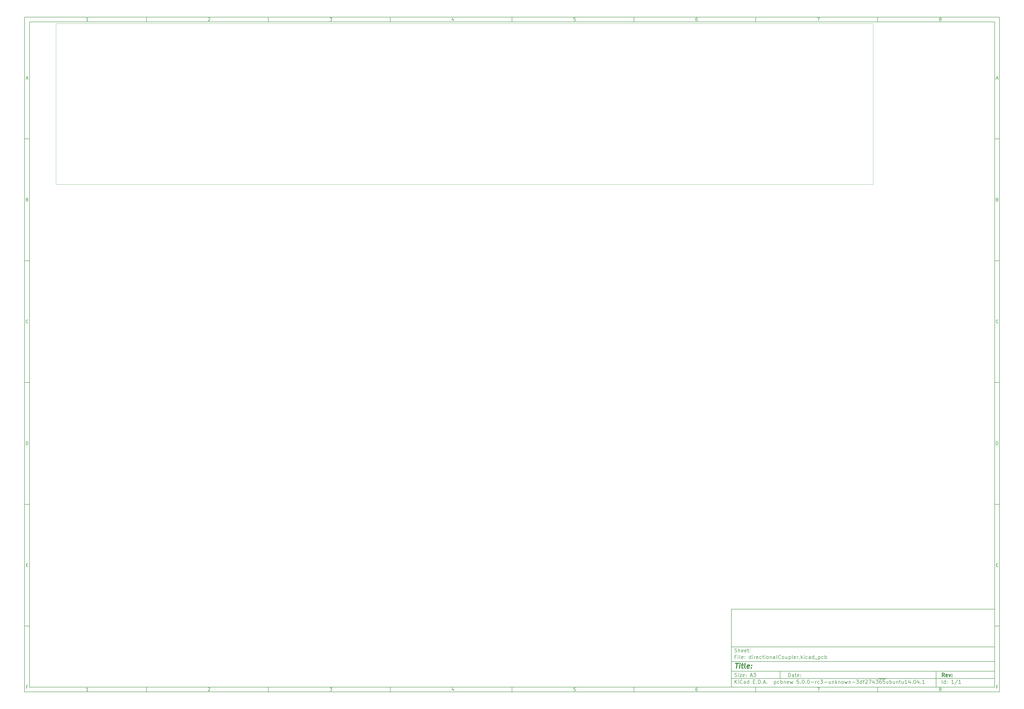
<source format=gbr>
G04 #@! TF.GenerationSoftware,KiCad,Pcbnew,5.0.0-rc3-unknown-3df2743~65~ubuntu14.04.1*
G04 #@! TF.CreationDate,2018-07-06T17:22:35-07:00*
G04 #@! TF.ProjectId,directionalCoupler,646972656374696F6E616C436F75706C,rev?*
G04 #@! TF.SameCoordinates,Original*
G04 #@! TF.FileFunction,Profile,NP*
%FSLAX46Y46*%
G04 Gerber Fmt 4.6, Leading zero omitted, Abs format (unit mm)*
G04 Created by KiCad (PCBNEW 5.0.0-rc3-unknown-3df2743~65~ubuntu14.04.1) date Fri Jul  6 17:22:35 2018*
%MOMM*%
%LPD*%
G01*
G04 APERTURE LIST*
%ADD10C,0.100000*%
%ADD11C,0.150000*%
%ADD12C,0.300000*%
%ADD13C,0.400000*%
G04 APERTURE END LIST*
D10*
D11*
X299989000Y-253002200D02*
X299989000Y-285002200D01*
X407989000Y-285002200D01*
X407989000Y-253002200D01*
X299989000Y-253002200D01*
D10*
D11*
X10000000Y-10000000D02*
X10000000Y-287002200D01*
X409989000Y-287002200D01*
X409989000Y-10000000D01*
X10000000Y-10000000D01*
D10*
D11*
X12000000Y-12000000D02*
X12000000Y-285002200D01*
X407989000Y-285002200D01*
X407989000Y-12000000D01*
X12000000Y-12000000D01*
D10*
D11*
X60000000Y-12000000D02*
X60000000Y-10000000D01*
D10*
D11*
X110000000Y-12000000D02*
X110000000Y-10000000D01*
D10*
D11*
X160000000Y-12000000D02*
X160000000Y-10000000D01*
D10*
D11*
X210000000Y-12000000D02*
X210000000Y-10000000D01*
D10*
D11*
X260000000Y-12000000D02*
X260000000Y-10000000D01*
D10*
D11*
X310000000Y-12000000D02*
X310000000Y-10000000D01*
D10*
D11*
X360000000Y-12000000D02*
X360000000Y-10000000D01*
D10*
D11*
X36065476Y-11588095D02*
X35322619Y-11588095D01*
X35694047Y-11588095D02*
X35694047Y-10288095D01*
X35570238Y-10473809D01*
X35446428Y-10597619D01*
X35322619Y-10659523D01*
D10*
D11*
X85322619Y-10411904D02*
X85384523Y-10350000D01*
X85508333Y-10288095D01*
X85817857Y-10288095D01*
X85941666Y-10350000D01*
X86003571Y-10411904D01*
X86065476Y-10535714D01*
X86065476Y-10659523D01*
X86003571Y-10845238D01*
X85260714Y-11588095D01*
X86065476Y-11588095D01*
D10*
D11*
X135260714Y-10288095D02*
X136065476Y-10288095D01*
X135632142Y-10783333D01*
X135817857Y-10783333D01*
X135941666Y-10845238D01*
X136003571Y-10907142D01*
X136065476Y-11030952D01*
X136065476Y-11340476D01*
X136003571Y-11464285D01*
X135941666Y-11526190D01*
X135817857Y-11588095D01*
X135446428Y-11588095D01*
X135322619Y-11526190D01*
X135260714Y-11464285D01*
D10*
D11*
X185941666Y-10721428D02*
X185941666Y-11588095D01*
X185632142Y-10226190D02*
X185322619Y-11154761D01*
X186127380Y-11154761D01*
D10*
D11*
X236003571Y-10288095D02*
X235384523Y-10288095D01*
X235322619Y-10907142D01*
X235384523Y-10845238D01*
X235508333Y-10783333D01*
X235817857Y-10783333D01*
X235941666Y-10845238D01*
X236003571Y-10907142D01*
X236065476Y-11030952D01*
X236065476Y-11340476D01*
X236003571Y-11464285D01*
X235941666Y-11526190D01*
X235817857Y-11588095D01*
X235508333Y-11588095D01*
X235384523Y-11526190D01*
X235322619Y-11464285D01*
D10*
D11*
X285941666Y-10288095D02*
X285694047Y-10288095D01*
X285570238Y-10350000D01*
X285508333Y-10411904D01*
X285384523Y-10597619D01*
X285322619Y-10845238D01*
X285322619Y-11340476D01*
X285384523Y-11464285D01*
X285446428Y-11526190D01*
X285570238Y-11588095D01*
X285817857Y-11588095D01*
X285941666Y-11526190D01*
X286003571Y-11464285D01*
X286065476Y-11340476D01*
X286065476Y-11030952D01*
X286003571Y-10907142D01*
X285941666Y-10845238D01*
X285817857Y-10783333D01*
X285570238Y-10783333D01*
X285446428Y-10845238D01*
X285384523Y-10907142D01*
X285322619Y-11030952D01*
D10*
D11*
X335260714Y-10288095D02*
X336127380Y-10288095D01*
X335570238Y-11588095D01*
D10*
D11*
X385570238Y-10845238D02*
X385446428Y-10783333D01*
X385384523Y-10721428D01*
X385322619Y-10597619D01*
X385322619Y-10535714D01*
X385384523Y-10411904D01*
X385446428Y-10350000D01*
X385570238Y-10288095D01*
X385817857Y-10288095D01*
X385941666Y-10350000D01*
X386003571Y-10411904D01*
X386065476Y-10535714D01*
X386065476Y-10597619D01*
X386003571Y-10721428D01*
X385941666Y-10783333D01*
X385817857Y-10845238D01*
X385570238Y-10845238D01*
X385446428Y-10907142D01*
X385384523Y-10969047D01*
X385322619Y-11092857D01*
X385322619Y-11340476D01*
X385384523Y-11464285D01*
X385446428Y-11526190D01*
X385570238Y-11588095D01*
X385817857Y-11588095D01*
X385941666Y-11526190D01*
X386003571Y-11464285D01*
X386065476Y-11340476D01*
X386065476Y-11092857D01*
X386003571Y-10969047D01*
X385941666Y-10907142D01*
X385817857Y-10845238D01*
D10*
D11*
X60000000Y-285002200D02*
X60000000Y-287002200D01*
D10*
D11*
X110000000Y-285002200D02*
X110000000Y-287002200D01*
D10*
D11*
X160000000Y-285002200D02*
X160000000Y-287002200D01*
D10*
D11*
X210000000Y-285002200D02*
X210000000Y-287002200D01*
D10*
D11*
X260000000Y-285002200D02*
X260000000Y-287002200D01*
D10*
D11*
X310000000Y-285002200D02*
X310000000Y-287002200D01*
D10*
D11*
X360000000Y-285002200D02*
X360000000Y-287002200D01*
D10*
D11*
X36065476Y-286590295D02*
X35322619Y-286590295D01*
X35694047Y-286590295D02*
X35694047Y-285290295D01*
X35570238Y-285476009D01*
X35446428Y-285599819D01*
X35322619Y-285661723D01*
D10*
D11*
X85322619Y-285414104D02*
X85384523Y-285352200D01*
X85508333Y-285290295D01*
X85817857Y-285290295D01*
X85941666Y-285352200D01*
X86003571Y-285414104D01*
X86065476Y-285537914D01*
X86065476Y-285661723D01*
X86003571Y-285847438D01*
X85260714Y-286590295D01*
X86065476Y-286590295D01*
D10*
D11*
X135260714Y-285290295D02*
X136065476Y-285290295D01*
X135632142Y-285785533D01*
X135817857Y-285785533D01*
X135941666Y-285847438D01*
X136003571Y-285909342D01*
X136065476Y-286033152D01*
X136065476Y-286342676D01*
X136003571Y-286466485D01*
X135941666Y-286528390D01*
X135817857Y-286590295D01*
X135446428Y-286590295D01*
X135322619Y-286528390D01*
X135260714Y-286466485D01*
D10*
D11*
X185941666Y-285723628D02*
X185941666Y-286590295D01*
X185632142Y-285228390D02*
X185322619Y-286156961D01*
X186127380Y-286156961D01*
D10*
D11*
X236003571Y-285290295D02*
X235384523Y-285290295D01*
X235322619Y-285909342D01*
X235384523Y-285847438D01*
X235508333Y-285785533D01*
X235817857Y-285785533D01*
X235941666Y-285847438D01*
X236003571Y-285909342D01*
X236065476Y-286033152D01*
X236065476Y-286342676D01*
X236003571Y-286466485D01*
X235941666Y-286528390D01*
X235817857Y-286590295D01*
X235508333Y-286590295D01*
X235384523Y-286528390D01*
X235322619Y-286466485D01*
D10*
D11*
X285941666Y-285290295D02*
X285694047Y-285290295D01*
X285570238Y-285352200D01*
X285508333Y-285414104D01*
X285384523Y-285599819D01*
X285322619Y-285847438D01*
X285322619Y-286342676D01*
X285384523Y-286466485D01*
X285446428Y-286528390D01*
X285570238Y-286590295D01*
X285817857Y-286590295D01*
X285941666Y-286528390D01*
X286003571Y-286466485D01*
X286065476Y-286342676D01*
X286065476Y-286033152D01*
X286003571Y-285909342D01*
X285941666Y-285847438D01*
X285817857Y-285785533D01*
X285570238Y-285785533D01*
X285446428Y-285847438D01*
X285384523Y-285909342D01*
X285322619Y-286033152D01*
D10*
D11*
X335260714Y-285290295D02*
X336127380Y-285290295D01*
X335570238Y-286590295D01*
D10*
D11*
X385570238Y-285847438D02*
X385446428Y-285785533D01*
X385384523Y-285723628D01*
X385322619Y-285599819D01*
X385322619Y-285537914D01*
X385384523Y-285414104D01*
X385446428Y-285352200D01*
X385570238Y-285290295D01*
X385817857Y-285290295D01*
X385941666Y-285352200D01*
X386003571Y-285414104D01*
X386065476Y-285537914D01*
X386065476Y-285599819D01*
X386003571Y-285723628D01*
X385941666Y-285785533D01*
X385817857Y-285847438D01*
X385570238Y-285847438D01*
X385446428Y-285909342D01*
X385384523Y-285971247D01*
X385322619Y-286095057D01*
X385322619Y-286342676D01*
X385384523Y-286466485D01*
X385446428Y-286528390D01*
X385570238Y-286590295D01*
X385817857Y-286590295D01*
X385941666Y-286528390D01*
X386003571Y-286466485D01*
X386065476Y-286342676D01*
X386065476Y-286095057D01*
X386003571Y-285971247D01*
X385941666Y-285909342D01*
X385817857Y-285847438D01*
D10*
D11*
X10000000Y-60000000D02*
X12000000Y-60000000D01*
D10*
D11*
X10000000Y-110000000D02*
X12000000Y-110000000D01*
D10*
D11*
X10000000Y-160000000D02*
X12000000Y-160000000D01*
D10*
D11*
X10000000Y-210000000D02*
X12000000Y-210000000D01*
D10*
D11*
X10000000Y-260000000D02*
X12000000Y-260000000D01*
D10*
D11*
X10690476Y-35216666D02*
X11309523Y-35216666D01*
X10566666Y-35588095D02*
X11000000Y-34288095D01*
X11433333Y-35588095D01*
D10*
D11*
X11092857Y-84907142D02*
X11278571Y-84969047D01*
X11340476Y-85030952D01*
X11402380Y-85154761D01*
X11402380Y-85340476D01*
X11340476Y-85464285D01*
X11278571Y-85526190D01*
X11154761Y-85588095D01*
X10659523Y-85588095D01*
X10659523Y-84288095D01*
X11092857Y-84288095D01*
X11216666Y-84350000D01*
X11278571Y-84411904D01*
X11340476Y-84535714D01*
X11340476Y-84659523D01*
X11278571Y-84783333D01*
X11216666Y-84845238D01*
X11092857Y-84907142D01*
X10659523Y-84907142D01*
D10*
D11*
X11402380Y-135464285D02*
X11340476Y-135526190D01*
X11154761Y-135588095D01*
X11030952Y-135588095D01*
X10845238Y-135526190D01*
X10721428Y-135402380D01*
X10659523Y-135278571D01*
X10597619Y-135030952D01*
X10597619Y-134845238D01*
X10659523Y-134597619D01*
X10721428Y-134473809D01*
X10845238Y-134350000D01*
X11030952Y-134288095D01*
X11154761Y-134288095D01*
X11340476Y-134350000D01*
X11402380Y-134411904D01*
D10*
D11*
X10659523Y-185588095D02*
X10659523Y-184288095D01*
X10969047Y-184288095D01*
X11154761Y-184350000D01*
X11278571Y-184473809D01*
X11340476Y-184597619D01*
X11402380Y-184845238D01*
X11402380Y-185030952D01*
X11340476Y-185278571D01*
X11278571Y-185402380D01*
X11154761Y-185526190D01*
X10969047Y-185588095D01*
X10659523Y-185588095D01*
D10*
D11*
X10721428Y-234907142D02*
X11154761Y-234907142D01*
X11340476Y-235588095D02*
X10721428Y-235588095D01*
X10721428Y-234288095D01*
X11340476Y-234288095D01*
D10*
D11*
X11185714Y-284907142D02*
X10752380Y-284907142D01*
X10752380Y-285588095D02*
X10752380Y-284288095D01*
X11371428Y-284288095D01*
D10*
D11*
X409989000Y-60000000D02*
X407989000Y-60000000D01*
D10*
D11*
X409989000Y-110000000D02*
X407989000Y-110000000D01*
D10*
D11*
X409989000Y-160000000D02*
X407989000Y-160000000D01*
D10*
D11*
X409989000Y-210000000D02*
X407989000Y-210000000D01*
D10*
D11*
X409989000Y-260000000D02*
X407989000Y-260000000D01*
D10*
D11*
X408679476Y-35216666D02*
X409298523Y-35216666D01*
X408555666Y-35588095D02*
X408989000Y-34288095D01*
X409422333Y-35588095D01*
D10*
D11*
X409081857Y-84907142D02*
X409267571Y-84969047D01*
X409329476Y-85030952D01*
X409391380Y-85154761D01*
X409391380Y-85340476D01*
X409329476Y-85464285D01*
X409267571Y-85526190D01*
X409143761Y-85588095D01*
X408648523Y-85588095D01*
X408648523Y-84288095D01*
X409081857Y-84288095D01*
X409205666Y-84350000D01*
X409267571Y-84411904D01*
X409329476Y-84535714D01*
X409329476Y-84659523D01*
X409267571Y-84783333D01*
X409205666Y-84845238D01*
X409081857Y-84907142D01*
X408648523Y-84907142D01*
D10*
D11*
X409391380Y-135464285D02*
X409329476Y-135526190D01*
X409143761Y-135588095D01*
X409019952Y-135588095D01*
X408834238Y-135526190D01*
X408710428Y-135402380D01*
X408648523Y-135278571D01*
X408586619Y-135030952D01*
X408586619Y-134845238D01*
X408648523Y-134597619D01*
X408710428Y-134473809D01*
X408834238Y-134350000D01*
X409019952Y-134288095D01*
X409143761Y-134288095D01*
X409329476Y-134350000D01*
X409391380Y-134411904D01*
D10*
D11*
X408648523Y-185588095D02*
X408648523Y-184288095D01*
X408958047Y-184288095D01*
X409143761Y-184350000D01*
X409267571Y-184473809D01*
X409329476Y-184597619D01*
X409391380Y-184845238D01*
X409391380Y-185030952D01*
X409329476Y-185278571D01*
X409267571Y-185402380D01*
X409143761Y-185526190D01*
X408958047Y-185588095D01*
X408648523Y-185588095D01*
D10*
D11*
X408710428Y-234907142D02*
X409143761Y-234907142D01*
X409329476Y-235588095D02*
X408710428Y-235588095D01*
X408710428Y-234288095D01*
X409329476Y-234288095D01*
D10*
D11*
X409174714Y-284907142D02*
X408741380Y-284907142D01*
X408741380Y-285588095D02*
X408741380Y-284288095D01*
X409360428Y-284288095D01*
D10*
D11*
X323421142Y-280780771D02*
X323421142Y-279280771D01*
X323778285Y-279280771D01*
X323992571Y-279352200D01*
X324135428Y-279495057D01*
X324206857Y-279637914D01*
X324278285Y-279923628D01*
X324278285Y-280137914D01*
X324206857Y-280423628D01*
X324135428Y-280566485D01*
X323992571Y-280709342D01*
X323778285Y-280780771D01*
X323421142Y-280780771D01*
X325564000Y-280780771D02*
X325564000Y-279995057D01*
X325492571Y-279852200D01*
X325349714Y-279780771D01*
X325064000Y-279780771D01*
X324921142Y-279852200D01*
X325564000Y-280709342D02*
X325421142Y-280780771D01*
X325064000Y-280780771D01*
X324921142Y-280709342D01*
X324849714Y-280566485D01*
X324849714Y-280423628D01*
X324921142Y-280280771D01*
X325064000Y-280209342D01*
X325421142Y-280209342D01*
X325564000Y-280137914D01*
X326064000Y-279780771D02*
X326635428Y-279780771D01*
X326278285Y-279280771D02*
X326278285Y-280566485D01*
X326349714Y-280709342D01*
X326492571Y-280780771D01*
X326635428Y-280780771D01*
X327706857Y-280709342D02*
X327564000Y-280780771D01*
X327278285Y-280780771D01*
X327135428Y-280709342D01*
X327064000Y-280566485D01*
X327064000Y-279995057D01*
X327135428Y-279852200D01*
X327278285Y-279780771D01*
X327564000Y-279780771D01*
X327706857Y-279852200D01*
X327778285Y-279995057D01*
X327778285Y-280137914D01*
X327064000Y-280280771D01*
X328421142Y-280637914D02*
X328492571Y-280709342D01*
X328421142Y-280780771D01*
X328349714Y-280709342D01*
X328421142Y-280637914D01*
X328421142Y-280780771D01*
X328421142Y-279852200D02*
X328492571Y-279923628D01*
X328421142Y-279995057D01*
X328349714Y-279923628D01*
X328421142Y-279852200D01*
X328421142Y-279995057D01*
D10*
D11*
X299989000Y-281502200D02*
X407989000Y-281502200D01*
D10*
D11*
X301421142Y-283580771D02*
X301421142Y-282080771D01*
X302278285Y-283580771D02*
X301635428Y-282723628D01*
X302278285Y-282080771D02*
X301421142Y-282937914D01*
X302921142Y-283580771D02*
X302921142Y-282580771D01*
X302921142Y-282080771D02*
X302849714Y-282152200D01*
X302921142Y-282223628D01*
X302992571Y-282152200D01*
X302921142Y-282080771D01*
X302921142Y-282223628D01*
X304492571Y-283437914D02*
X304421142Y-283509342D01*
X304206857Y-283580771D01*
X304064000Y-283580771D01*
X303849714Y-283509342D01*
X303706857Y-283366485D01*
X303635428Y-283223628D01*
X303564000Y-282937914D01*
X303564000Y-282723628D01*
X303635428Y-282437914D01*
X303706857Y-282295057D01*
X303849714Y-282152200D01*
X304064000Y-282080771D01*
X304206857Y-282080771D01*
X304421142Y-282152200D01*
X304492571Y-282223628D01*
X305778285Y-283580771D02*
X305778285Y-282795057D01*
X305706857Y-282652200D01*
X305564000Y-282580771D01*
X305278285Y-282580771D01*
X305135428Y-282652200D01*
X305778285Y-283509342D02*
X305635428Y-283580771D01*
X305278285Y-283580771D01*
X305135428Y-283509342D01*
X305064000Y-283366485D01*
X305064000Y-283223628D01*
X305135428Y-283080771D01*
X305278285Y-283009342D01*
X305635428Y-283009342D01*
X305778285Y-282937914D01*
X307135428Y-283580771D02*
X307135428Y-282080771D01*
X307135428Y-283509342D02*
X306992571Y-283580771D01*
X306706857Y-283580771D01*
X306564000Y-283509342D01*
X306492571Y-283437914D01*
X306421142Y-283295057D01*
X306421142Y-282866485D01*
X306492571Y-282723628D01*
X306564000Y-282652200D01*
X306706857Y-282580771D01*
X306992571Y-282580771D01*
X307135428Y-282652200D01*
X308992571Y-282795057D02*
X309492571Y-282795057D01*
X309706857Y-283580771D02*
X308992571Y-283580771D01*
X308992571Y-282080771D01*
X309706857Y-282080771D01*
X310349714Y-283437914D02*
X310421142Y-283509342D01*
X310349714Y-283580771D01*
X310278285Y-283509342D01*
X310349714Y-283437914D01*
X310349714Y-283580771D01*
X311064000Y-283580771D02*
X311064000Y-282080771D01*
X311421142Y-282080771D01*
X311635428Y-282152200D01*
X311778285Y-282295057D01*
X311849714Y-282437914D01*
X311921142Y-282723628D01*
X311921142Y-282937914D01*
X311849714Y-283223628D01*
X311778285Y-283366485D01*
X311635428Y-283509342D01*
X311421142Y-283580771D01*
X311064000Y-283580771D01*
X312564000Y-283437914D02*
X312635428Y-283509342D01*
X312564000Y-283580771D01*
X312492571Y-283509342D01*
X312564000Y-283437914D01*
X312564000Y-283580771D01*
X313206857Y-283152200D02*
X313921142Y-283152200D01*
X313064000Y-283580771D02*
X313564000Y-282080771D01*
X314064000Y-283580771D01*
X314564000Y-283437914D02*
X314635428Y-283509342D01*
X314564000Y-283580771D01*
X314492571Y-283509342D01*
X314564000Y-283437914D01*
X314564000Y-283580771D01*
X317564000Y-282580771D02*
X317564000Y-284080771D01*
X317564000Y-282652200D02*
X317706857Y-282580771D01*
X317992571Y-282580771D01*
X318135428Y-282652200D01*
X318206857Y-282723628D01*
X318278285Y-282866485D01*
X318278285Y-283295057D01*
X318206857Y-283437914D01*
X318135428Y-283509342D01*
X317992571Y-283580771D01*
X317706857Y-283580771D01*
X317564000Y-283509342D01*
X319564000Y-283509342D02*
X319421142Y-283580771D01*
X319135428Y-283580771D01*
X318992571Y-283509342D01*
X318921142Y-283437914D01*
X318849714Y-283295057D01*
X318849714Y-282866485D01*
X318921142Y-282723628D01*
X318992571Y-282652200D01*
X319135428Y-282580771D01*
X319421142Y-282580771D01*
X319564000Y-282652200D01*
X320206857Y-283580771D02*
X320206857Y-282080771D01*
X320206857Y-282652200D02*
X320349714Y-282580771D01*
X320635428Y-282580771D01*
X320778285Y-282652200D01*
X320849714Y-282723628D01*
X320921142Y-282866485D01*
X320921142Y-283295057D01*
X320849714Y-283437914D01*
X320778285Y-283509342D01*
X320635428Y-283580771D01*
X320349714Y-283580771D01*
X320206857Y-283509342D01*
X321564000Y-282580771D02*
X321564000Y-283580771D01*
X321564000Y-282723628D02*
X321635428Y-282652200D01*
X321778285Y-282580771D01*
X321992571Y-282580771D01*
X322135428Y-282652200D01*
X322206857Y-282795057D01*
X322206857Y-283580771D01*
X323492571Y-283509342D02*
X323349714Y-283580771D01*
X323064000Y-283580771D01*
X322921142Y-283509342D01*
X322849714Y-283366485D01*
X322849714Y-282795057D01*
X322921142Y-282652200D01*
X323064000Y-282580771D01*
X323349714Y-282580771D01*
X323492571Y-282652200D01*
X323564000Y-282795057D01*
X323564000Y-282937914D01*
X322849714Y-283080771D01*
X324064000Y-282580771D02*
X324349714Y-283580771D01*
X324635428Y-282866485D01*
X324921142Y-283580771D01*
X325206857Y-282580771D01*
X327635428Y-282080771D02*
X326921142Y-282080771D01*
X326849714Y-282795057D01*
X326921142Y-282723628D01*
X327064000Y-282652200D01*
X327421142Y-282652200D01*
X327564000Y-282723628D01*
X327635428Y-282795057D01*
X327706857Y-282937914D01*
X327706857Y-283295057D01*
X327635428Y-283437914D01*
X327564000Y-283509342D01*
X327421142Y-283580771D01*
X327064000Y-283580771D01*
X326921142Y-283509342D01*
X326849714Y-283437914D01*
X328349714Y-283437914D02*
X328421142Y-283509342D01*
X328349714Y-283580771D01*
X328278285Y-283509342D01*
X328349714Y-283437914D01*
X328349714Y-283580771D01*
X329349714Y-282080771D02*
X329492571Y-282080771D01*
X329635428Y-282152200D01*
X329706857Y-282223628D01*
X329778285Y-282366485D01*
X329849714Y-282652200D01*
X329849714Y-283009342D01*
X329778285Y-283295057D01*
X329706857Y-283437914D01*
X329635428Y-283509342D01*
X329492571Y-283580771D01*
X329349714Y-283580771D01*
X329206857Y-283509342D01*
X329135428Y-283437914D01*
X329064000Y-283295057D01*
X328992571Y-283009342D01*
X328992571Y-282652200D01*
X329064000Y-282366485D01*
X329135428Y-282223628D01*
X329206857Y-282152200D01*
X329349714Y-282080771D01*
X330492571Y-283437914D02*
X330564000Y-283509342D01*
X330492571Y-283580771D01*
X330421142Y-283509342D01*
X330492571Y-283437914D01*
X330492571Y-283580771D01*
X331492571Y-282080771D02*
X331635428Y-282080771D01*
X331778285Y-282152200D01*
X331849714Y-282223628D01*
X331921142Y-282366485D01*
X331992571Y-282652200D01*
X331992571Y-283009342D01*
X331921142Y-283295057D01*
X331849714Y-283437914D01*
X331778285Y-283509342D01*
X331635428Y-283580771D01*
X331492571Y-283580771D01*
X331349714Y-283509342D01*
X331278285Y-283437914D01*
X331206857Y-283295057D01*
X331135428Y-283009342D01*
X331135428Y-282652200D01*
X331206857Y-282366485D01*
X331278285Y-282223628D01*
X331349714Y-282152200D01*
X331492571Y-282080771D01*
X332635428Y-283009342D02*
X333778285Y-283009342D01*
X334492571Y-283580771D02*
X334492571Y-282580771D01*
X334492571Y-282866485D02*
X334564000Y-282723628D01*
X334635428Y-282652200D01*
X334778285Y-282580771D01*
X334921142Y-282580771D01*
X336064000Y-283509342D02*
X335921142Y-283580771D01*
X335635428Y-283580771D01*
X335492571Y-283509342D01*
X335421142Y-283437914D01*
X335349714Y-283295057D01*
X335349714Y-282866485D01*
X335421142Y-282723628D01*
X335492571Y-282652200D01*
X335635428Y-282580771D01*
X335921142Y-282580771D01*
X336064000Y-282652200D01*
X336564000Y-282080771D02*
X337492571Y-282080771D01*
X336992571Y-282652200D01*
X337206857Y-282652200D01*
X337349714Y-282723628D01*
X337421142Y-282795057D01*
X337492571Y-282937914D01*
X337492571Y-283295057D01*
X337421142Y-283437914D01*
X337349714Y-283509342D01*
X337206857Y-283580771D01*
X336778285Y-283580771D01*
X336635428Y-283509342D01*
X336564000Y-283437914D01*
X338135428Y-283009342D02*
X339278285Y-283009342D01*
X340635428Y-282580771D02*
X340635428Y-283580771D01*
X339992571Y-282580771D02*
X339992571Y-283366485D01*
X340064000Y-283509342D01*
X340206857Y-283580771D01*
X340421142Y-283580771D01*
X340564000Y-283509342D01*
X340635428Y-283437914D01*
X341349714Y-282580771D02*
X341349714Y-283580771D01*
X341349714Y-282723628D02*
X341421142Y-282652200D01*
X341564000Y-282580771D01*
X341778285Y-282580771D01*
X341921142Y-282652200D01*
X341992571Y-282795057D01*
X341992571Y-283580771D01*
X342706857Y-283580771D02*
X342706857Y-282080771D01*
X342849714Y-283009342D02*
X343278285Y-283580771D01*
X343278285Y-282580771D02*
X342706857Y-283152200D01*
X343921142Y-282580771D02*
X343921142Y-283580771D01*
X343921142Y-282723628D02*
X343992571Y-282652200D01*
X344135428Y-282580771D01*
X344349714Y-282580771D01*
X344492571Y-282652200D01*
X344564000Y-282795057D01*
X344564000Y-283580771D01*
X345492571Y-283580771D02*
X345349714Y-283509342D01*
X345278285Y-283437914D01*
X345206857Y-283295057D01*
X345206857Y-282866485D01*
X345278285Y-282723628D01*
X345349714Y-282652200D01*
X345492571Y-282580771D01*
X345706857Y-282580771D01*
X345849714Y-282652200D01*
X345921142Y-282723628D01*
X345992571Y-282866485D01*
X345992571Y-283295057D01*
X345921142Y-283437914D01*
X345849714Y-283509342D01*
X345706857Y-283580771D01*
X345492571Y-283580771D01*
X346492571Y-282580771D02*
X346778285Y-283580771D01*
X347064000Y-282866485D01*
X347349714Y-283580771D01*
X347635428Y-282580771D01*
X348206857Y-282580771D02*
X348206857Y-283580771D01*
X348206857Y-282723628D02*
X348278285Y-282652200D01*
X348421142Y-282580771D01*
X348635428Y-282580771D01*
X348778285Y-282652200D01*
X348849714Y-282795057D01*
X348849714Y-283580771D01*
X349564000Y-283009342D02*
X350706857Y-283009342D01*
X351278285Y-282080771D02*
X352206857Y-282080771D01*
X351706857Y-282652200D01*
X351921142Y-282652200D01*
X352064000Y-282723628D01*
X352135428Y-282795057D01*
X352206857Y-282937914D01*
X352206857Y-283295057D01*
X352135428Y-283437914D01*
X352064000Y-283509342D01*
X351921142Y-283580771D01*
X351492571Y-283580771D01*
X351349714Y-283509342D01*
X351278285Y-283437914D01*
X353492571Y-283580771D02*
X353492571Y-282080771D01*
X353492571Y-283509342D02*
X353349714Y-283580771D01*
X353064000Y-283580771D01*
X352921142Y-283509342D01*
X352849714Y-283437914D01*
X352778285Y-283295057D01*
X352778285Y-282866485D01*
X352849714Y-282723628D01*
X352921142Y-282652200D01*
X353064000Y-282580771D01*
X353349714Y-282580771D01*
X353492571Y-282652200D01*
X353992571Y-282580771D02*
X354564000Y-282580771D01*
X354206857Y-283580771D02*
X354206857Y-282295057D01*
X354278285Y-282152200D01*
X354421142Y-282080771D01*
X354564000Y-282080771D01*
X354992571Y-282223628D02*
X355064000Y-282152200D01*
X355206857Y-282080771D01*
X355564000Y-282080771D01*
X355706857Y-282152200D01*
X355778285Y-282223628D01*
X355849714Y-282366485D01*
X355849714Y-282509342D01*
X355778285Y-282723628D01*
X354921142Y-283580771D01*
X355849714Y-283580771D01*
X356349714Y-282080771D02*
X357349714Y-282080771D01*
X356706857Y-283580771D01*
X358564000Y-282580771D02*
X358564000Y-283580771D01*
X358206857Y-282009342D02*
X357849714Y-283080771D01*
X358778285Y-283080771D01*
X359206857Y-282080771D02*
X360135428Y-282080771D01*
X359635428Y-282652200D01*
X359849714Y-282652200D01*
X359992571Y-282723628D01*
X360064000Y-282795057D01*
X360135428Y-282937914D01*
X360135428Y-283295057D01*
X360064000Y-283437914D01*
X359992571Y-283509342D01*
X359849714Y-283580771D01*
X359421142Y-283580771D01*
X359278285Y-283509342D01*
X359206857Y-283437914D01*
X360421142Y-281672200D02*
X361849714Y-281672200D01*
X361421142Y-282080771D02*
X361135428Y-282080771D01*
X360992571Y-282152200D01*
X360921142Y-282223628D01*
X360778285Y-282437914D01*
X360706857Y-282723628D01*
X360706857Y-283295057D01*
X360778285Y-283437914D01*
X360849714Y-283509342D01*
X360992571Y-283580771D01*
X361278285Y-283580771D01*
X361421142Y-283509342D01*
X361492571Y-283437914D01*
X361564000Y-283295057D01*
X361564000Y-282937914D01*
X361492571Y-282795057D01*
X361421142Y-282723628D01*
X361278285Y-282652200D01*
X360992571Y-282652200D01*
X360849714Y-282723628D01*
X360778285Y-282795057D01*
X360706857Y-282937914D01*
X361849714Y-281672200D02*
X363278285Y-281672200D01*
X362921142Y-282080771D02*
X362206857Y-282080771D01*
X362135428Y-282795057D01*
X362206857Y-282723628D01*
X362349714Y-282652200D01*
X362706857Y-282652200D01*
X362849714Y-282723628D01*
X362921142Y-282795057D01*
X362992571Y-282937914D01*
X362992571Y-283295057D01*
X362921142Y-283437914D01*
X362849714Y-283509342D01*
X362706857Y-283580771D01*
X362349714Y-283580771D01*
X362206857Y-283509342D01*
X362135428Y-283437914D01*
X364278285Y-282580771D02*
X364278285Y-283580771D01*
X363635428Y-282580771D02*
X363635428Y-283366485D01*
X363706857Y-283509342D01*
X363849714Y-283580771D01*
X364064000Y-283580771D01*
X364206857Y-283509342D01*
X364278285Y-283437914D01*
X364992571Y-283580771D02*
X364992571Y-282080771D01*
X364992571Y-282652200D02*
X365135428Y-282580771D01*
X365421142Y-282580771D01*
X365564000Y-282652200D01*
X365635428Y-282723628D01*
X365706857Y-282866485D01*
X365706857Y-283295057D01*
X365635428Y-283437914D01*
X365564000Y-283509342D01*
X365421142Y-283580771D01*
X365135428Y-283580771D01*
X364992571Y-283509342D01*
X366992571Y-282580771D02*
X366992571Y-283580771D01*
X366349714Y-282580771D02*
X366349714Y-283366485D01*
X366421142Y-283509342D01*
X366564000Y-283580771D01*
X366778285Y-283580771D01*
X366921142Y-283509342D01*
X366992571Y-283437914D01*
X367706857Y-282580771D02*
X367706857Y-283580771D01*
X367706857Y-282723628D02*
X367778285Y-282652200D01*
X367921142Y-282580771D01*
X368135428Y-282580771D01*
X368278285Y-282652200D01*
X368349714Y-282795057D01*
X368349714Y-283580771D01*
X368849714Y-282580771D02*
X369421142Y-282580771D01*
X369064000Y-282080771D02*
X369064000Y-283366485D01*
X369135428Y-283509342D01*
X369278285Y-283580771D01*
X369421142Y-283580771D01*
X370564000Y-282580771D02*
X370564000Y-283580771D01*
X369921142Y-282580771D02*
X369921142Y-283366485D01*
X369992571Y-283509342D01*
X370135428Y-283580771D01*
X370349714Y-283580771D01*
X370492571Y-283509342D01*
X370564000Y-283437914D01*
X372064000Y-283580771D02*
X371206857Y-283580771D01*
X371635428Y-283580771D02*
X371635428Y-282080771D01*
X371492571Y-282295057D01*
X371349714Y-282437914D01*
X371206857Y-282509342D01*
X373349714Y-282580771D02*
X373349714Y-283580771D01*
X372992571Y-282009342D02*
X372635428Y-283080771D01*
X373564000Y-283080771D01*
X374135428Y-283437914D02*
X374206857Y-283509342D01*
X374135428Y-283580771D01*
X374064000Y-283509342D01*
X374135428Y-283437914D01*
X374135428Y-283580771D01*
X375135428Y-282080771D02*
X375278285Y-282080771D01*
X375421142Y-282152200D01*
X375492571Y-282223628D01*
X375564000Y-282366485D01*
X375635428Y-282652200D01*
X375635428Y-283009342D01*
X375564000Y-283295057D01*
X375492571Y-283437914D01*
X375421142Y-283509342D01*
X375278285Y-283580771D01*
X375135428Y-283580771D01*
X374992571Y-283509342D01*
X374921142Y-283437914D01*
X374849714Y-283295057D01*
X374778285Y-283009342D01*
X374778285Y-282652200D01*
X374849714Y-282366485D01*
X374921142Y-282223628D01*
X374992571Y-282152200D01*
X375135428Y-282080771D01*
X376921142Y-282580771D02*
X376921142Y-283580771D01*
X376564000Y-282009342D02*
X376206857Y-283080771D01*
X377135428Y-283080771D01*
X377706857Y-283437914D02*
X377778285Y-283509342D01*
X377706857Y-283580771D01*
X377635428Y-283509342D01*
X377706857Y-283437914D01*
X377706857Y-283580771D01*
X379206857Y-283580771D02*
X378349714Y-283580771D01*
X378778285Y-283580771D02*
X378778285Y-282080771D01*
X378635428Y-282295057D01*
X378492571Y-282437914D01*
X378349714Y-282509342D01*
D10*
D11*
X299989000Y-278502200D02*
X407989000Y-278502200D01*
D10*
D12*
X387398285Y-280780771D02*
X386898285Y-280066485D01*
X386541142Y-280780771D02*
X386541142Y-279280771D01*
X387112571Y-279280771D01*
X387255428Y-279352200D01*
X387326857Y-279423628D01*
X387398285Y-279566485D01*
X387398285Y-279780771D01*
X387326857Y-279923628D01*
X387255428Y-279995057D01*
X387112571Y-280066485D01*
X386541142Y-280066485D01*
X388612571Y-280709342D02*
X388469714Y-280780771D01*
X388184000Y-280780771D01*
X388041142Y-280709342D01*
X387969714Y-280566485D01*
X387969714Y-279995057D01*
X388041142Y-279852200D01*
X388184000Y-279780771D01*
X388469714Y-279780771D01*
X388612571Y-279852200D01*
X388684000Y-279995057D01*
X388684000Y-280137914D01*
X387969714Y-280280771D01*
X389184000Y-279780771D02*
X389541142Y-280780771D01*
X389898285Y-279780771D01*
X390469714Y-280637914D02*
X390541142Y-280709342D01*
X390469714Y-280780771D01*
X390398285Y-280709342D01*
X390469714Y-280637914D01*
X390469714Y-280780771D01*
X390469714Y-279852200D02*
X390541142Y-279923628D01*
X390469714Y-279995057D01*
X390398285Y-279923628D01*
X390469714Y-279852200D01*
X390469714Y-279995057D01*
D10*
D11*
X301349714Y-280709342D02*
X301564000Y-280780771D01*
X301921142Y-280780771D01*
X302064000Y-280709342D01*
X302135428Y-280637914D01*
X302206857Y-280495057D01*
X302206857Y-280352200D01*
X302135428Y-280209342D01*
X302064000Y-280137914D01*
X301921142Y-280066485D01*
X301635428Y-279995057D01*
X301492571Y-279923628D01*
X301421142Y-279852200D01*
X301349714Y-279709342D01*
X301349714Y-279566485D01*
X301421142Y-279423628D01*
X301492571Y-279352200D01*
X301635428Y-279280771D01*
X301992571Y-279280771D01*
X302206857Y-279352200D01*
X302849714Y-280780771D02*
X302849714Y-279780771D01*
X302849714Y-279280771D02*
X302778285Y-279352200D01*
X302849714Y-279423628D01*
X302921142Y-279352200D01*
X302849714Y-279280771D01*
X302849714Y-279423628D01*
X303421142Y-279780771D02*
X304206857Y-279780771D01*
X303421142Y-280780771D01*
X304206857Y-280780771D01*
X305349714Y-280709342D02*
X305206857Y-280780771D01*
X304921142Y-280780771D01*
X304778285Y-280709342D01*
X304706857Y-280566485D01*
X304706857Y-279995057D01*
X304778285Y-279852200D01*
X304921142Y-279780771D01*
X305206857Y-279780771D01*
X305349714Y-279852200D01*
X305421142Y-279995057D01*
X305421142Y-280137914D01*
X304706857Y-280280771D01*
X306064000Y-280637914D02*
X306135428Y-280709342D01*
X306064000Y-280780771D01*
X305992571Y-280709342D01*
X306064000Y-280637914D01*
X306064000Y-280780771D01*
X306064000Y-279852200D02*
X306135428Y-279923628D01*
X306064000Y-279995057D01*
X305992571Y-279923628D01*
X306064000Y-279852200D01*
X306064000Y-279995057D01*
X307849714Y-280352200D02*
X308564000Y-280352200D01*
X307706857Y-280780771D02*
X308206857Y-279280771D01*
X308706857Y-280780771D01*
X309064000Y-279280771D02*
X309992571Y-279280771D01*
X309492571Y-279852200D01*
X309706857Y-279852200D01*
X309849714Y-279923628D01*
X309921142Y-279995057D01*
X309992571Y-280137914D01*
X309992571Y-280495057D01*
X309921142Y-280637914D01*
X309849714Y-280709342D01*
X309706857Y-280780771D01*
X309278285Y-280780771D01*
X309135428Y-280709342D01*
X309064000Y-280637914D01*
D10*
D11*
X386421142Y-283580771D02*
X386421142Y-282080771D01*
X387778285Y-283580771D02*
X387778285Y-282080771D01*
X387778285Y-283509342D02*
X387635428Y-283580771D01*
X387349714Y-283580771D01*
X387206857Y-283509342D01*
X387135428Y-283437914D01*
X387064000Y-283295057D01*
X387064000Y-282866485D01*
X387135428Y-282723628D01*
X387206857Y-282652200D01*
X387349714Y-282580771D01*
X387635428Y-282580771D01*
X387778285Y-282652200D01*
X388492571Y-283437914D02*
X388564000Y-283509342D01*
X388492571Y-283580771D01*
X388421142Y-283509342D01*
X388492571Y-283437914D01*
X388492571Y-283580771D01*
X388492571Y-282652200D02*
X388564000Y-282723628D01*
X388492571Y-282795057D01*
X388421142Y-282723628D01*
X388492571Y-282652200D01*
X388492571Y-282795057D01*
X391135428Y-283580771D02*
X390278285Y-283580771D01*
X390706857Y-283580771D02*
X390706857Y-282080771D01*
X390564000Y-282295057D01*
X390421142Y-282437914D01*
X390278285Y-282509342D01*
X392849714Y-282009342D02*
X391564000Y-283937914D01*
X394135428Y-283580771D02*
X393278285Y-283580771D01*
X393706857Y-283580771D02*
X393706857Y-282080771D01*
X393564000Y-282295057D01*
X393421142Y-282437914D01*
X393278285Y-282509342D01*
D10*
D11*
X299989000Y-274502200D02*
X407989000Y-274502200D01*
D10*
D13*
X301701380Y-275206961D02*
X302844238Y-275206961D01*
X302022809Y-277206961D02*
X302272809Y-275206961D01*
X303260904Y-277206961D02*
X303427571Y-275873628D01*
X303510904Y-275206961D02*
X303403761Y-275302200D01*
X303487095Y-275397438D01*
X303594238Y-275302200D01*
X303510904Y-275206961D01*
X303487095Y-275397438D01*
X304094238Y-275873628D02*
X304856142Y-275873628D01*
X304463285Y-275206961D02*
X304249000Y-276921247D01*
X304320428Y-277111723D01*
X304499000Y-277206961D01*
X304689476Y-277206961D01*
X305641857Y-277206961D02*
X305463285Y-277111723D01*
X305391857Y-276921247D01*
X305606142Y-275206961D01*
X307177571Y-277111723D02*
X306975190Y-277206961D01*
X306594238Y-277206961D01*
X306415666Y-277111723D01*
X306344238Y-276921247D01*
X306439476Y-276159342D01*
X306558523Y-275968866D01*
X306760904Y-275873628D01*
X307141857Y-275873628D01*
X307320428Y-275968866D01*
X307391857Y-276159342D01*
X307368047Y-276349819D01*
X306391857Y-276540295D01*
X308141857Y-277016485D02*
X308225190Y-277111723D01*
X308118047Y-277206961D01*
X308034714Y-277111723D01*
X308141857Y-277016485D01*
X308118047Y-277206961D01*
X308272809Y-275968866D02*
X308356142Y-276064104D01*
X308249000Y-276159342D01*
X308165666Y-276064104D01*
X308272809Y-275968866D01*
X308249000Y-276159342D01*
D10*
D11*
X301921142Y-272595057D02*
X301421142Y-272595057D01*
X301421142Y-273380771D02*
X301421142Y-271880771D01*
X302135428Y-271880771D01*
X302706857Y-273380771D02*
X302706857Y-272380771D01*
X302706857Y-271880771D02*
X302635428Y-271952200D01*
X302706857Y-272023628D01*
X302778285Y-271952200D01*
X302706857Y-271880771D01*
X302706857Y-272023628D01*
X303635428Y-273380771D02*
X303492571Y-273309342D01*
X303421142Y-273166485D01*
X303421142Y-271880771D01*
X304778285Y-273309342D02*
X304635428Y-273380771D01*
X304349714Y-273380771D01*
X304206857Y-273309342D01*
X304135428Y-273166485D01*
X304135428Y-272595057D01*
X304206857Y-272452200D01*
X304349714Y-272380771D01*
X304635428Y-272380771D01*
X304778285Y-272452200D01*
X304849714Y-272595057D01*
X304849714Y-272737914D01*
X304135428Y-272880771D01*
X305492571Y-273237914D02*
X305564000Y-273309342D01*
X305492571Y-273380771D01*
X305421142Y-273309342D01*
X305492571Y-273237914D01*
X305492571Y-273380771D01*
X305492571Y-272452200D02*
X305564000Y-272523628D01*
X305492571Y-272595057D01*
X305421142Y-272523628D01*
X305492571Y-272452200D01*
X305492571Y-272595057D01*
X307992571Y-273380771D02*
X307992571Y-271880771D01*
X307992571Y-273309342D02*
X307849714Y-273380771D01*
X307564000Y-273380771D01*
X307421142Y-273309342D01*
X307349714Y-273237914D01*
X307278285Y-273095057D01*
X307278285Y-272666485D01*
X307349714Y-272523628D01*
X307421142Y-272452200D01*
X307564000Y-272380771D01*
X307849714Y-272380771D01*
X307992571Y-272452200D01*
X308706857Y-273380771D02*
X308706857Y-272380771D01*
X308706857Y-271880771D02*
X308635428Y-271952200D01*
X308706857Y-272023628D01*
X308778285Y-271952200D01*
X308706857Y-271880771D01*
X308706857Y-272023628D01*
X309421142Y-273380771D02*
X309421142Y-272380771D01*
X309421142Y-272666485D02*
X309492571Y-272523628D01*
X309564000Y-272452200D01*
X309706857Y-272380771D01*
X309849714Y-272380771D01*
X310921142Y-273309342D02*
X310778285Y-273380771D01*
X310492571Y-273380771D01*
X310349714Y-273309342D01*
X310278285Y-273166485D01*
X310278285Y-272595057D01*
X310349714Y-272452200D01*
X310492571Y-272380771D01*
X310778285Y-272380771D01*
X310921142Y-272452200D01*
X310992571Y-272595057D01*
X310992571Y-272737914D01*
X310278285Y-272880771D01*
X312278285Y-273309342D02*
X312135428Y-273380771D01*
X311849714Y-273380771D01*
X311706857Y-273309342D01*
X311635428Y-273237914D01*
X311564000Y-273095057D01*
X311564000Y-272666485D01*
X311635428Y-272523628D01*
X311706857Y-272452200D01*
X311849714Y-272380771D01*
X312135428Y-272380771D01*
X312278285Y-272452200D01*
X312706857Y-272380771D02*
X313278285Y-272380771D01*
X312921142Y-271880771D02*
X312921142Y-273166485D01*
X312992571Y-273309342D01*
X313135428Y-273380771D01*
X313278285Y-273380771D01*
X313778285Y-273380771D02*
X313778285Y-272380771D01*
X313778285Y-271880771D02*
X313706857Y-271952200D01*
X313778285Y-272023628D01*
X313849714Y-271952200D01*
X313778285Y-271880771D01*
X313778285Y-272023628D01*
X314706857Y-273380771D02*
X314564000Y-273309342D01*
X314492571Y-273237914D01*
X314421142Y-273095057D01*
X314421142Y-272666485D01*
X314492571Y-272523628D01*
X314564000Y-272452200D01*
X314706857Y-272380771D01*
X314921142Y-272380771D01*
X315064000Y-272452200D01*
X315135428Y-272523628D01*
X315206857Y-272666485D01*
X315206857Y-273095057D01*
X315135428Y-273237914D01*
X315064000Y-273309342D01*
X314921142Y-273380771D01*
X314706857Y-273380771D01*
X315849714Y-272380771D02*
X315849714Y-273380771D01*
X315849714Y-272523628D02*
X315921142Y-272452200D01*
X316064000Y-272380771D01*
X316278285Y-272380771D01*
X316421142Y-272452200D01*
X316492571Y-272595057D01*
X316492571Y-273380771D01*
X317849714Y-273380771D02*
X317849714Y-272595057D01*
X317778285Y-272452200D01*
X317635428Y-272380771D01*
X317349714Y-272380771D01*
X317206857Y-272452200D01*
X317849714Y-273309342D02*
X317706857Y-273380771D01*
X317349714Y-273380771D01*
X317206857Y-273309342D01*
X317135428Y-273166485D01*
X317135428Y-273023628D01*
X317206857Y-272880771D01*
X317349714Y-272809342D01*
X317706857Y-272809342D01*
X317849714Y-272737914D01*
X318778285Y-273380771D02*
X318635428Y-273309342D01*
X318564000Y-273166485D01*
X318564000Y-271880771D01*
X320206857Y-273237914D02*
X320135428Y-273309342D01*
X319921142Y-273380771D01*
X319778285Y-273380771D01*
X319564000Y-273309342D01*
X319421142Y-273166485D01*
X319349714Y-273023628D01*
X319278285Y-272737914D01*
X319278285Y-272523628D01*
X319349714Y-272237914D01*
X319421142Y-272095057D01*
X319564000Y-271952200D01*
X319778285Y-271880771D01*
X319921142Y-271880771D01*
X320135428Y-271952200D01*
X320206857Y-272023628D01*
X321064000Y-273380771D02*
X320921142Y-273309342D01*
X320849714Y-273237914D01*
X320778285Y-273095057D01*
X320778285Y-272666485D01*
X320849714Y-272523628D01*
X320921142Y-272452200D01*
X321064000Y-272380771D01*
X321278285Y-272380771D01*
X321421142Y-272452200D01*
X321492571Y-272523628D01*
X321564000Y-272666485D01*
X321564000Y-273095057D01*
X321492571Y-273237914D01*
X321421142Y-273309342D01*
X321278285Y-273380771D01*
X321064000Y-273380771D01*
X322849714Y-272380771D02*
X322849714Y-273380771D01*
X322206857Y-272380771D02*
X322206857Y-273166485D01*
X322278285Y-273309342D01*
X322421142Y-273380771D01*
X322635428Y-273380771D01*
X322778285Y-273309342D01*
X322849714Y-273237914D01*
X323564000Y-272380771D02*
X323564000Y-273880771D01*
X323564000Y-272452200D02*
X323706857Y-272380771D01*
X323992571Y-272380771D01*
X324135428Y-272452200D01*
X324206857Y-272523628D01*
X324278285Y-272666485D01*
X324278285Y-273095057D01*
X324206857Y-273237914D01*
X324135428Y-273309342D01*
X323992571Y-273380771D01*
X323706857Y-273380771D01*
X323564000Y-273309342D01*
X325135428Y-273380771D02*
X324992571Y-273309342D01*
X324921142Y-273166485D01*
X324921142Y-271880771D01*
X326278285Y-273309342D02*
X326135428Y-273380771D01*
X325849714Y-273380771D01*
X325706857Y-273309342D01*
X325635428Y-273166485D01*
X325635428Y-272595057D01*
X325706857Y-272452200D01*
X325849714Y-272380771D01*
X326135428Y-272380771D01*
X326278285Y-272452200D01*
X326349714Y-272595057D01*
X326349714Y-272737914D01*
X325635428Y-272880771D01*
X326992571Y-273380771D02*
X326992571Y-272380771D01*
X326992571Y-272666485D02*
X327064000Y-272523628D01*
X327135428Y-272452200D01*
X327278285Y-272380771D01*
X327421142Y-272380771D01*
X327921142Y-273237914D02*
X327992571Y-273309342D01*
X327921142Y-273380771D01*
X327849714Y-273309342D01*
X327921142Y-273237914D01*
X327921142Y-273380771D01*
X328635428Y-273380771D02*
X328635428Y-271880771D01*
X328778285Y-272809342D02*
X329206857Y-273380771D01*
X329206857Y-272380771D02*
X328635428Y-272952200D01*
X329849714Y-273380771D02*
X329849714Y-272380771D01*
X329849714Y-271880771D02*
X329778285Y-271952200D01*
X329849714Y-272023628D01*
X329921142Y-271952200D01*
X329849714Y-271880771D01*
X329849714Y-272023628D01*
X331206857Y-273309342D02*
X331064000Y-273380771D01*
X330778285Y-273380771D01*
X330635428Y-273309342D01*
X330564000Y-273237914D01*
X330492571Y-273095057D01*
X330492571Y-272666485D01*
X330564000Y-272523628D01*
X330635428Y-272452200D01*
X330778285Y-272380771D01*
X331064000Y-272380771D01*
X331206857Y-272452200D01*
X332492571Y-273380771D02*
X332492571Y-272595057D01*
X332421142Y-272452200D01*
X332278285Y-272380771D01*
X331992571Y-272380771D01*
X331849714Y-272452200D01*
X332492571Y-273309342D02*
X332349714Y-273380771D01*
X331992571Y-273380771D01*
X331849714Y-273309342D01*
X331778285Y-273166485D01*
X331778285Y-273023628D01*
X331849714Y-272880771D01*
X331992571Y-272809342D01*
X332349714Y-272809342D01*
X332492571Y-272737914D01*
X333849714Y-273380771D02*
X333849714Y-271880771D01*
X333849714Y-273309342D02*
X333706857Y-273380771D01*
X333421142Y-273380771D01*
X333278285Y-273309342D01*
X333206857Y-273237914D01*
X333135428Y-273095057D01*
X333135428Y-272666485D01*
X333206857Y-272523628D01*
X333278285Y-272452200D01*
X333421142Y-272380771D01*
X333706857Y-272380771D01*
X333849714Y-272452200D01*
X334206857Y-273523628D02*
X335349714Y-273523628D01*
X335706857Y-272380771D02*
X335706857Y-273880771D01*
X335706857Y-272452200D02*
X335849714Y-272380771D01*
X336135428Y-272380771D01*
X336278285Y-272452200D01*
X336349714Y-272523628D01*
X336421142Y-272666485D01*
X336421142Y-273095057D01*
X336349714Y-273237914D01*
X336278285Y-273309342D01*
X336135428Y-273380771D01*
X335849714Y-273380771D01*
X335706857Y-273309342D01*
X337706857Y-273309342D02*
X337564000Y-273380771D01*
X337278285Y-273380771D01*
X337135428Y-273309342D01*
X337064000Y-273237914D01*
X336992571Y-273095057D01*
X336992571Y-272666485D01*
X337064000Y-272523628D01*
X337135428Y-272452200D01*
X337278285Y-272380771D01*
X337564000Y-272380771D01*
X337706857Y-272452200D01*
X338349714Y-273380771D02*
X338349714Y-271880771D01*
X338349714Y-272452200D02*
X338492571Y-272380771D01*
X338778285Y-272380771D01*
X338921142Y-272452200D01*
X338992571Y-272523628D01*
X339064000Y-272666485D01*
X339064000Y-273095057D01*
X338992571Y-273237914D01*
X338921142Y-273309342D01*
X338778285Y-273380771D01*
X338492571Y-273380771D01*
X338349714Y-273309342D01*
D10*
D11*
X299989000Y-268502200D02*
X407989000Y-268502200D01*
D10*
D11*
X301349714Y-270609342D02*
X301564000Y-270680771D01*
X301921142Y-270680771D01*
X302064000Y-270609342D01*
X302135428Y-270537914D01*
X302206857Y-270395057D01*
X302206857Y-270252200D01*
X302135428Y-270109342D01*
X302064000Y-270037914D01*
X301921142Y-269966485D01*
X301635428Y-269895057D01*
X301492571Y-269823628D01*
X301421142Y-269752200D01*
X301349714Y-269609342D01*
X301349714Y-269466485D01*
X301421142Y-269323628D01*
X301492571Y-269252200D01*
X301635428Y-269180771D01*
X301992571Y-269180771D01*
X302206857Y-269252200D01*
X302849714Y-270680771D02*
X302849714Y-269180771D01*
X303492571Y-270680771D02*
X303492571Y-269895057D01*
X303421142Y-269752200D01*
X303278285Y-269680771D01*
X303064000Y-269680771D01*
X302921142Y-269752200D01*
X302849714Y-269823628D01*
X304778285Y-270609342D02*
X304635428Y-270680771D01*
X304349714Y-270680771D01*
X304206857Y-270609342D01*
X304135428Y-270466485D01*
X304135428Y-269895057D01*
X304206857Y-269752200D01*
X304349714Y-269680771D01*
X304635428Y-269680771D01*
X304778285Y-269752200D01*
X304849714Y-269895057D01*
X304849714Y-270037914D01*
X304135428Y-270180771D01*
X306064000Y-270609342D02*
X305921142Y-270680771D01*
X305635428Y-270680771D01*
X305492571Y-270609342D01*
X305421142Y-270466485D01*
X305421142Y-269895057D01*
X305492571Y-269752200D01*
X305635428Y-269680771D01*
X305921142Y-269680771D01*
X306064000Y-269752200D01*
X306135428Y-269895057D01*
X306135428Y-270037914D01*
X305421142Y-270180771D01*
X306564000Y-269680771D02*
X307135428Y-269680771D01*
X306778285Y-269180771D02*
X306778285Y-270466485D01*
X306849714Y-270609342D01*
X306992571Y-270680771D01*
X307135428Y-270680771D01*
X307635428Y-270537914D02*
X307706857Y-270609342D01*
X307635428Y-270680771D01*
X307564000Y-270609342D01*
X307635428Y-270537914D01*
X307635428Y-270680771D01*
X307635428Y-269752200D02*
X307706857Y-269823628D01*
X307635428Y-269895057D01*
X307564000Y-269823628D01*
X307635428Y-269752200D01*
X307635428Y-269895057D01*
D10*
D11*
X319989000Y-278502200D02*
X319989000Y-281502200D01*
D10*
D11*
X383989000Y-278502200D02*
X383989000Y-285002200D01*
D10*
X358140000Y-12700000D02*
X22860000Y-12700000D01*
X358140000Y-78740000D02*
X358140000Y-12700000D01*
X71120000Y-78740000D02*
X358140000Y-78740000D01*
X22860000Y-78740000D02*
X71120000Y-78740000D01*
X22860000Y-12700000D02*
X22860000Y-78740000D01*
M02*

</source>
